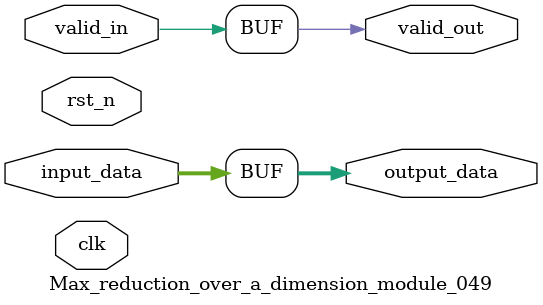
<source format=v>

module Max_reduction_over_a_dimension_module_049 (
    input clk,
    input rst_n,
    input valid_in,
    output valid_out,
    // Add specific ports based on operator type
    input [31:0] input_data,
    output [31:0] output_data
);

    // Module implementation would go here
    // This is a template - actual implementation depends on the operator
    
        // Generic operator implementation
    assign output_data = input_data; // Placeholder
    assign valid_out = valid_in;

endmodule

</source>
